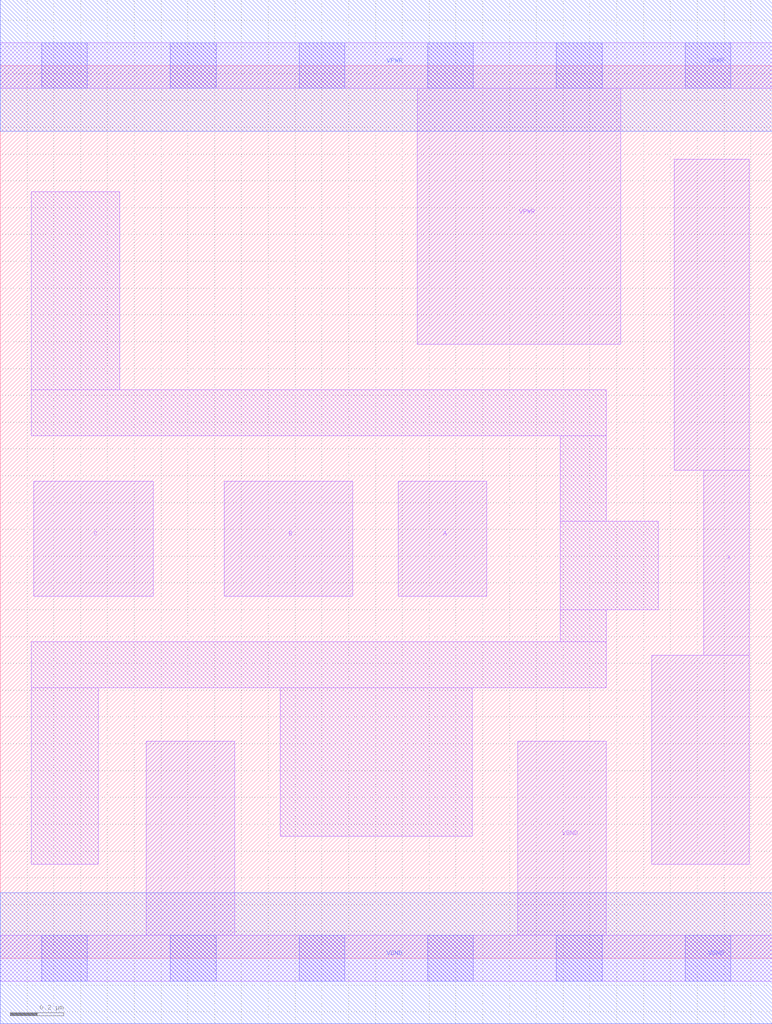
<source format=lef>
# Copyright 2020 The SkyWater PDK Authors
#
# Licensed under the Apache License, Version 2.0 (the "License");
# you may not use this file except in compliance with the License.
# You may obtain a copy of the License at
#
#     https://www.apache.org/licenses/LICENSE-2.0
#
# Unless required by applicable law or agreed to in writing, software
# distributed under the License is distributed on an "AS IS" BASIS,
# WITHOUT WARRANTIES OR CONDITIONS OF ANY KIND, either express or implied.
# See the License for the specific language governing permissions and
# limitations under the License.
#
# SPDX-License-Identifier: Apache-2.0

VERSION 5.7 ;
  NAMESCASESENSITIVE ON ;
  NOWIREEXTENSIONATPIN ON ;
  DIVIDERCHAR "/" ;
  BUSBITCHARS "[]" ;
UNITS
  DATABASE MICRONS 200 ;
END UNITS
MACRO sky130_fd_sc_ls__or3_1
  CLASS CORE ;
  SOURCE USER ;
  FOREIGN sky130_fd_sc_ls__or3_1 ;
  ORIGIN  0.000000  0.000000 ;
  SIZE  2.880000 BY  3.330000 ;
  SYMMETRY X Y ;
  SITE unit ;
  PIN A
    ANTENNAGATEAREA  0.232500 ;
    DIRECTION INPUT ;
    USE SIGNAL ;
    PORT
      LAYER li1 ;
        RECT 1.485000 1.350000 1.815000 1.780000 ;
    END
  END A
  PIN B
    ANTENNAGATEAREA  0.232500 ;
    DIRECTION INPUT ;
    USE SIGNAL ;
    PORT
      LAYER li1 ;
        RECT 0.835000 1.350000 1.315000 1.780000 ;
    END
  END B
  PIN C
    ANTENNAGATEAREA  0.232500 ;
    DIRECTION INPUT ;
    USE SIGNAL ;
    PORT
      LAYER li1 ;
        RECT 0.125000 1.350000 0.570000 1.780000 ;
    END
  END C
  PIN X
    ANTENNADIFFAREA  0.541300 ;
    DIRECTION OUTPUT ;
    USE SIGNAL ;
    PORT
      LAYER li1 ;
        RECT 2.430000 0.350000 2.795000 1.130000 ;
        RECT 2.515000 1.820000 2.795000 2.980000 ;
        RECT 2.625000 1.130000 2.795000 1.820000 ;
    END
  END X
  PIN VGND
    DIRECTION INOUT ;
    SHAPE ABUTMENT ;
    USE GROUND ;
    PORT
      LAYER li1 ;
        RECT 0.000000 -0.085000 2.880000 0.085000 ;
        RECT 0.545000  0.085000 0.875000 0.810000 ;
        RECT 1.930000  0.085000 2.260000 0.810000 ;
      LAYER mcon ;
        RECT 0.155000 -0.085000 0.325000 0.085000 ;
        RECT 0.635000 -0.085000 0.805000 0.085000 ;
        RECT 1.115000 -0.085000 1.285000 0.085000 ;
        RECT 1.595000 -0.085000 1.765000 0.085000 ;
        RECT 2.075000 -0.085000 2.245000 0.085000 ;
        RECT 2.555000 -0.085000 2.725000 0.085000 ;
      LAYER met1 ;
        RECT 0.000000 -0.245000 2.880000 0.245000 ;
    END
  END VGND
  PIN VPWR
    DIRECTION INOUT ;
    SHAPE ABUTMENT ;
    USE POWER ;
    PORT
      LAYER li1 ;
        RECT 0.000000 3.245000 2.880000 3.415000 ;
        RECT 1.555000 2.290000 2.315000 3.245000 ;
      LAYER mcon ;
        RECT 0.155000 3.245000 0.325000 3.415000 ;
        RECT 0.635000 3.245000 0.805000 3.415000 ;
        RECT 1.115000 3.245000 1.285000 3.415000 ;
        RECT 1.595000 3.245000 1.765000 3.415000 ;
        RECT 2.075000 3.245000 2.245000 3.415000 ;
        RECT 2.555000 3.245000 2.725000 3.415000 ;
      LAYER met1 ;
        RECT 0.000000 3.085000 2.880000 3.575000 ;
    END
  END VPWR
  OBS
    LAYER li1 ;
      RECT 0.115000 0.350000 0.365000 1.010000 ;
      RECT 0.115000 1.010000 2.260000 1.180000 ;
      RECT 0.115000 1.950000 2.260000 2.120000 ;
      RECT 0.115000 2.120000 0.445000 2.860000 ;
      RECT 1.045000 0.455000 1.760000 1.010000 ;
      RECT 2.090000 1.180000 2.260000 1.300000 ;
      RECT 2.090000 1.300000 2.455000 1.630000 ;
      RECT 2.090000 1.630000 2.260000 1.950000 ;
  END
END sky130_fd_sc_ls__or3_1

</source>
